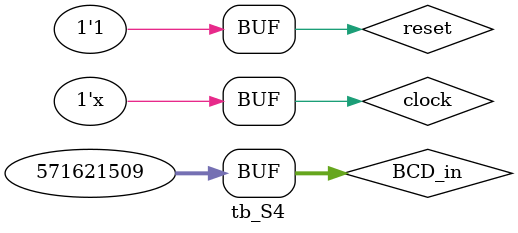
<source format=sv>
`timescale 1ns / 1ps


module tb_S4();
    logic clock;
    logic reset;
    logic [31:0] BCD_in; // display de 32 segmentos
    logic [6:0]  segments;
    logic [7:0]  anodos;
    S4_actividad1 DUT_S4_actividad1(
        .clock(clock),
        .BCD_in(BCD_in),
        .segments(segments),
        .anodos(anodos),
        .reset(reset)
    );
    always #1 clock = ~clock;
    initial
        begin
        clock = 0;
        reset = 1;
        BCD_in = 32'b00100010000100100100000010000101;
        #2
        reset = 0;
        #30
        reset = 1;
        end
endmodule

</source>
